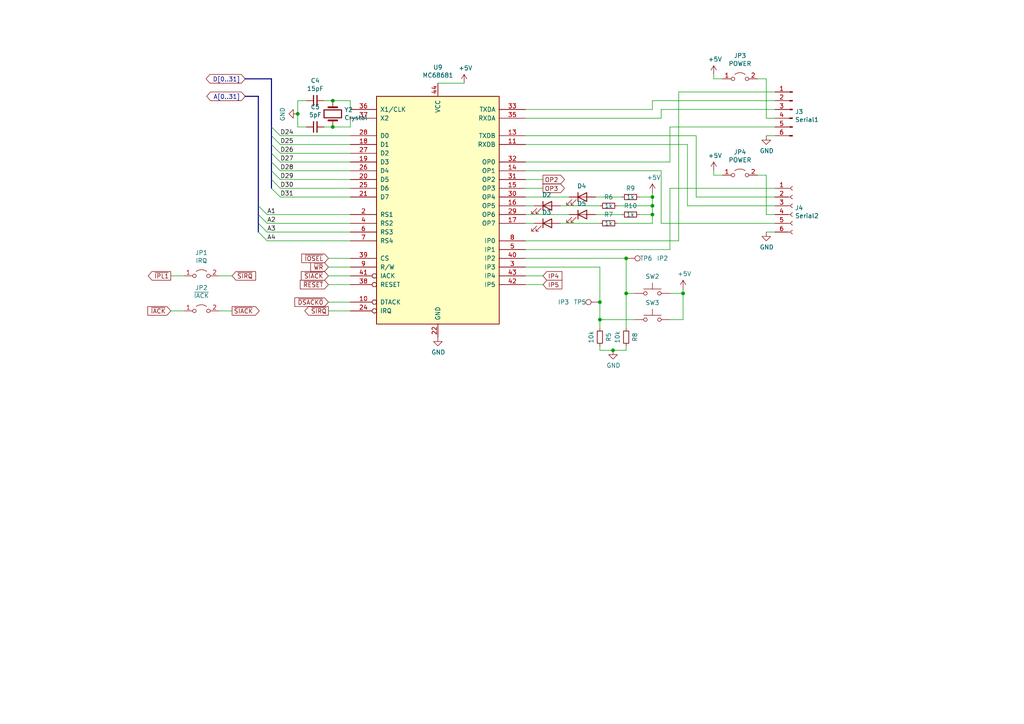
<source format=kicad_sch>
(kicad_sch (version 20231120) (generator "eeschema") (generator_version "8.0")
  (paper "A4")
  (title_block (title "k30-VME32") (rev "1"))
  (lib_symbols
    (symbol "74xx:74LS32" (pin_names (offset 1.016))
      (property "Reference" "U" (at 0 1.27 0))
      (property "Value" "74LS32" (at 0 -1.27 0))
      (symbol "74LS32_1_1"
        (pin input line (at -7.62 2.54 0) (length 4.318) (name "~") (number "1"))
        (pin input line (at -7.62 -2.54 0) (length 4.318) (name "~") (number "2"))
        (pin output line (at 7.62 0 180) (length 3.81) (name "~") (number "3"))
      )
      (symbol "74LS32_1_2"
        (pin input inverted (at -7.62 2.54 0) (length 3.81) (name "~") (number "1"))
        (pin input inverted (at -7.62 -2.54 0) (length 3.81) (name "~") (number "2"))
        (pin output inverted (at 7.62 0 180) (length 3.81) (name "~") (number "3"))
      )
      (symbol "74LS32_2_1"
        (pin input line (at -7.62 2.54 0) (length 4.318) (name "~") (number "4"))
        (pin input line (at -7.62 -2.54 0) (length 4.318) (name "~") (number "5"))
        (pin output line (at 7.62 0 180) (length 3.81) (name "~") (number "6"))
      )
      (symbol "74LS32_2_2"
        (pin input inverted (at -7.62 2.54 0) (length 3.81) (name "~") (number "4"))
        (pin input inverted (at -7.62 -2.54 0) (length 3.81) (name "~") (number "5"))
        (pin output inverted (at 7.62 0 180) (length 3.81) (name "~") (number "6"))
      )
      (symbol "74LS32_3_1"
        (pin input line (at -7.62 -2.54 0) (length 4.318) (name "~") (number "10"))
        (pin output line (at 7.62 0 180) (length 3.81) (name "~") (number "8"))
        (pin input line (at -7.62 2.54 0) (length 4.318) (name "~") (number "9"))
      )
      (symbol "74LS32_3_2"
        (pin input inverted (at -7.62 -2.54 0) (length 3.81) (name "~") (number "10"))
        (pin output inverted (at 7.62 0 180) (length 3.81) (name "~") (number "8"))
        (pin input inverted (at -7.62 2.54 0) (length 3.81) (name "~") (number "9"))
      )
      (symbol "74LS32_4_1"
        (pin output line (at 7.62 0 180) (length 3.81) (name "~") (number "11"))
        (pin input line (at -7.62 2.54 0) (length 4.318) (name "~") (number "12"))
        (pin input line (at -7.62 -2.54 0) (length 4.318) (name "~") (number "13"))
      )
      (symbol "74LS32_4_2"
        (pin output inverted (at 7.62 0 180) (length 3.81) (name "~") (number "11"))
        (pin input inverted (at -7.62 2.54 0) (length 3.81) (name "~") (number "12"))
        (pin input inverted (at -7.62 -2.54 0) (length 3.81) (name "~") (number "13"))
      )
      (symbol "74LS32_5_0"
        (pin power_in line (at 0 12.7 270) (length 5.08) (name "VCC") (number "14"))
        (pin power_in line (at 0 -12.7 90) (length 5.08) (name "GND") (number "7"))
      )
    )
    (symbol "Computie_68k:MC68681-PLCC" (pin_names (offset 1.016))
      (property "Reference" "U" (at 0 3.81 0))
      (property "Value" "MC68681-PLCC" (at 0 -2.54 0))
      (symbol "MC68681-PLCC_1_1"
        (pin open_collector inverted (at -25.4 -25.4 0) (length 7.62) (name "DTACK") (number "10"))
        (pin input line (at 25.4 20.32 180) (length 7.62) (name "RXDB") (number "11"))
        (pin output line (at 25.4 22.86 180) (length 7.62) (name "TXDB") (number "13"))
        (pin output line (at 25.4 12.7 180) (length 7.62) (name "OP1") (number "14"))
        (pin output line (at 25.4 7.62 180) (length 7.62) (name "OP3") (number "15"))
        (pin output line (at 25.4 2.54 180) (length 7.62) (name "OP5") (number "16"))
        (pin output line (at 25.4 -2.54 180) (length 7.62) (name "OP7") (number "17"))
        (pin tri_state line (at -25.4 20.32 0) (length 7.62) (name "D1") (number "18"))
        (pin tri_state line (at -25.4 15.24 0) (length 7.62) (name "D3") (number "19"))
        (pin input line (at -25.4 0 0) (length 7.62) (name "RS1") (number "2"))
        (pin tri_state line (at -25.4 10.16 0) (length 7.62) (name "D5") (number "20"))
        (pin tri_state line (at -25.4 5.08 0) (length 7.62) (name "D7") (number "21"))
        (pin power_in line (at 0 -35.56 90) (length 3.81) (name "GND") (number "22"))
        (pin output inverted (at -25.4 -27.94 0) (length 7.62) (name "IRQ") (number "24"))
        (pin tri_state line (at -25.4 7.62 0) (length 7.62) (name "D6") (number "25"))
        (pin tri_state line (at -25.4 12.7 0) (length 7.62) (name "D4") (number "26"))
        (pin tri_state line (at -25.4 17.78 0) (length 7.62) (name "D2") (number "27"))
        (pin tri_state line (at -25.4 22.86 0) (length 7.62) (name "D0") (number "28"))
        (pin output line (at 25.4 0 180) (length 7.62) (name "OP6") (number "29"))
        (pin input line (at 25.4 -15.24 180) (length 7.62) (name "IP3") (number "3"))
        (pin output line (at 25.4 5.08 180) (length 7.62) (name "OP4") (number "30"))
        (pin output line (at 25.4 10.16 180) (length 7.62) (name "OP2") (number "31"))
        (pin output line (at 25.4 15.24 180) (length 7.62) (name "OP0") (number "32"))
        (pin output line (at 25.4 30.48 180) (length 7.62) (name "TXDA") (number "33"))
        (pin input line (at 25.4 27.94 180) (length 7.62) (name "RXDA") (number "35"))
        (pin input line (at -25.4 30.48 0) (length 7.62) (name "X1/CLK") (number "36"))
        (pin input line (at -25.4 27.94 0) (length 7.62) (name "X2") (number "37"))
        (pin input inverted (at -25.4 -20.32 0) (length 7.62) (name "RESET") (number "38"))
        (pin input line (at -25.4 -12.7 0) (length 7.62) (name "CS") (number "39"))
        (pin input line (at -25.4 -2.54 0) (length 7.62) (name "RS2") (number "4"))
        (pin input line (at 25.4 -12.7 180) (length 7.62) (name "IP2") (number "40"))
        (pin input inverted (at -25.4 -17.78 0) (length 7.62) (name "IACK") (number "41"))
        (pin input line (at 25.4 -20.32 180) (length 7.62) (name "IP5") (number "42"))
        (pin input line (at 25.4 -17.78 180) (length 7.62) (name "IP4") (number "43"))
        (pin power_in line (at 0 38.1 270) (length 3.81) (name "VCC") (number "44"))
        (pin input line (at 25.4 -10.16 180) (length 7.62) (name "IP1") (number "5"))
        (pin input line (at -25.4 -5.08 0) (length 7.62) (name "RS3") (number "6"))
        (pin input line (at -25.4 -7.62 0) (length 7.62) (name "RS4") (number "7"))
        (pin input line (at 25.4 -7.62 180) (length 7.62) (name "IP0") (number "8"))
        (pin input line (at -25.4 -15.24 0) (length 7.62) (name "R/W") (number "9"))
      )
    )
    (symbol "Connector:Conn_01x06_Female" (pin_names (offset 1.016) hide)
      (property "Reference" "J" (at 0 7.62 0))
      (property "Value" "Conn_01x06_Female" (at 0 -10.16 0))
      (symbol "Conn_01x06_Female_1_1"
        (pin passive line (at -5.08 5.08 0) (length 3.81) (name "Pin_1") (number "1"))
        (pin passive line (at -5.08 2.54 0) (length 3.81) (name "Pin_2") (number "2"))
        (pin passive line (at -5.08 0 0) (length 3.81) (name "Pin_3") (number "3"))
        (pin passive line (at -5.08 -2.54 0) (length 3.81) (name "Pin_4") (number "4"))
        (pin passive line (at -5.08 -5.08 0) (length 3.81) (name "Pin_5") (number "5"))
        (pin passive line (at -5.08 -7.62 0) (length 3.81) (name "Pin_6") (number "6"))
      )
    )
    (symbol "Connector:Conn_01x06_Male" (pin_names (offset 1.016) hide)
      (property "Reference" "J" (at 0 7.62 0))
      (property "Value" "Conn_01x06_Male" (at 0 -10.16 0))
      (symbol "Conn_01x06_Male_1_1"
        (pin passive line (at 5.08 5.08 180) (length 3.81) (name "Pin_1") (number "1"))
        (pin passive line (at 5.08 2.54 180) (length 3.81) (name "Pin_2") (number "2"))
        (pin passive line (at 5.08 0 180) (length 3.81) (name "Pin_3") (number "3"))
        (pin passive line (at 5.08 -2.54 180) (length 3.81) (name "Pin_4") (number "4"))
        (pin passive line (at 5.08 -5.08 180) (length 3.81) (name "Pin_5") (number "5"))
        (pin passive line (at 5.08 -7.62 180) (length 3.81) (name "Pin_6") (number "6"))
      )
    )
    (symbol "Connector:TestPoint" (pin_numbers hide) (pin_names (offset 0.762) hide)
      (property "Reference" "TP" (at 0 6.858 0))
      (property "Value" "TestPoint" (at 0 5.08 0))
      (symbol "TestPoint_1_1"
        (pin passive line (at 0 0 90) (length 2.54) (name "1") (number "1"))
      )
    )
    (symbol "Connector_Generic:Conn_02x25_Top_Bottom" (pin_names (offset 1.016) hide)
      (property "Reference" "J" (at 1.27 33.02 0))
      (property "Value" "Conn_02x25_Top_Bottom" (at 1.27 -33.02 0))
      (symbol "Conn_02x25_Top_Bottom_1_1"
        (pin passive line (at -5.08 30.48 0) (length 3.81) (name "Pin_1") (number "1"))
        (pin passive line (at -5.08 7.62 0) (length 3.81) (name "Pin_10") (number "10"))
        (pin passive line (at -5.08 5.08 0) (length 3.81) (name "Pin_11") (number "11"))
        (pin passive line (at -5.08 2.54 0) (length 3.81) (name "Pin_12") (number "12"))
        (pin passive line (at -5.08 0 0) (length 3.81) (name "Pin_13") (number "13"))
        (pin passive line (at -5.08 -2.54 0) (length 3.81) (name "Pin_14") (number "14"))
        (pin passive line (at -5.08 -5.08 0) (length 3.81) (name "Pin_15") (number "15"))
        (pin passive line (at -5.08 -7.62 0) (length 3.81) (name "Pin_16") (number "16"))
        (pin passive line (at -5.08 -10.16 0) (length 3.81) (name "Pin_17") (number "17"))
        (pin passive line (at -5.08 -12.7 0) (length 3.81) (name "Pin_18") (number "18"))
        (pin passive line (at -5.08 -15.24 0) (length 3.81) (name "Pin_19") (number "19"))
        (pin passive line (at -5.08 27.94 0) (length 3.81) (name "Pin_2") (number "2"))
        (pin passive line (at -5.08 -17.78 0) (length 3.81) (name "Pin_20") (number "20"))
        (pin passive line (at -5.08 -20.32 0) (length 3.81) (name "Pin_21") (number "21"))
        (pin passive line (at -5.08 -22.86 0) (length 3.81) (name "Pin_22") (number "22"))
        (pin passive line (at -5.08 -25.4 0) (length 3.81) (name "Pin_23") (number "23"))
        (pin passive line (at -5.08 -27.94 0) (length 3.81) (name "Pin_24") (number "24"))
        (pin passive line (at -5.08 -30.48 0) (length 3.81) (name "Pin_25") (number "25"))
        (pin passive line (at 7.62 30.48 180) (length 3.81) (name "Pin_26") (number "26"))
        (pin passive line (at 7.62 27.94 180) (length 3.81) (name "Pin_27") (number "27"))
        (pin passive line (at 7.62 25.4 180) (length 3.81) (name "Pin_28") (number "28"))
        (pin passive line (at 7.62 22.86 180) (length 3.81) (name "Pin_29") (number "29"))
        (pin passive line (at -5.08 25.4 0) (length 3.81) (name "Pin_3") (number "3"))
        (pin passive line (at 7.62 20.32 180) (length 3.81) (name "Pin_30") (number "30"))
        (pin passive line (at 7.62 17.78 180) (length 3.81) (name "Pin_31") (number "31"))
        (pin passive line (at 7.62 15.24 180) (length 3.81) (name "Pin_32") (number "32"))
        (pin passive line (at 7.62 12.7 180) (length 3.81) (name "Pin_33") (number "33"))
        (pin passive line (at 7.62 10.16 180) (length 3.81) (name "Pin_34") (number "34"))
        (pin passive line (at 7.62 7.62 180) (length 3.81) (name "Pin_35") (number "35"))
        (pin passive line (at 7.62 5.08 180) (length 3.81) (name "Pin_36") (number "36"))
        (pin passive line (at 7.62 2.54 180) (length 3.81) (name "Pin_37") (number "37"))
        (pin passive line (at 7.62 0 180) (length 3.81) (name "Pin_38") (number "38"))
        (pin passive line (at 7.62 -2.54 180) (length 3.81) (name "Pin_39") (number "39"))
        (pin passive line (at -5.08 22.86 0) (length 3.81) (name "Pin_4") (number "4"))
        (pin passive line (at 7.62 -5.08 180) (length 3.81) (name "Pin_40") (number "40"))
        (pin passive line (at 7.62 -7.62 180) (length 3.81) (name "Pin_41") (number "41"))
        (pin passive line (at 7.62 -10.16 180) (length 3.81) (name "Pin_42") (number "42"))
        (pin passive line (at 7.62 -12.7 180) (length 3.81) (name "Pin_43") (number "43"))
        (pin passive line (at 7.62 -15.24 180) (length 3.81) (name "Pin_44") (number "44"))
        (pin passive line (at 7.62 -17.78 180) (length 3.81) (name "Pin_45") (number "45"))
        (pin passive line (at 7.62 -20.32 180) (length 3.81) (name "Pin_46") (number "46"))
        (pin passive line (at 7.62 -22.86 180) (length 3.81) (name "Pin_47") (number "47"))
        (pin passive line (at 7.62 -25.4 180) (length 3.81) (name "Pin_48") (number "48"))
        (pin passive line (at 7.62 -27.94 180) (length 3.81) (name "Pin_49") (number "49"))
        (pin passive line (at -5.08 20.32 0) (length 3.81) (name "Pin_5") (number "5"))
        (pin passive line (at 7.62 -30.48 180) (length 3.81) (name "Pin_50") (number "50"))
        (pin passive line (at -5.08 17.78 0) (length 3.81) (name "Pin_6") (number "6"))
        (pin passive line (at -5.08 15.24 0) (length 3.81) (name "Pin_7") (number "7"))
        (pin passive line (at -5.08 12.7 0) (length 3.81) (name "Pin_8") (number "8"))
        (pin passive line (at -5.08 10.16 0) (length 3.81) (name "Pin_9") (number "9"))
      )
    )
    (symbol "Device:C_Small" (pin_numbers hide) (pin_names (offset 0.254) hide)
      (property "Reference" "C" (at 0.254 1.778 0))
      (property "Value" "C_Small" (at 0.254 -2.032 0))
      (symbol "C_Small_1_1"
        (pin passive line (at 0 2.54 270) (length 2.032) (name "~") (number "1"))
        (pin passive line (at 0 -2.54 90) (length 2.032) (name "~") (number "2"))
      )
    )
    (symbol "Device:Crystal" (pin_numbers hide) (pin_names (offset 1.016) hide)
      (property "Reference" "Y" (at 0 3.81 0))
      (property "Value" "Crystal" (at 0 -3.81 0))
      (symbol "Crystal_1_1"
        (pin passive line (at -3.81 0 0) (length 1.27) (name "1") (number "1"))
        (pin passive line (at 3.81 0 180) (length 1.27) (name "2") (number "2"))
      )
    )
    (symbol "Device:LED" (pin_numbers hide) (pin_names (offset 1.016) hide)
      (property "Reference" "D" (at 0 2.54 0))
      (property "Value" "LED" (at 0 -2.54 0))
      (symbol "LED_1_1"
        (pin passive line (at -3.81 0 0) (length 2.54) (name "K") (number "1"))
        (pin passive line (at 3.81 0 180) (length 2.54) (name "A") (number "2"))
      )
    )
    (symbol "Device:R_Small" (pin_numbers hide) (pin_names (offset 0.254) hide)
      (property "Reference" "R" (at 0.762 0.508 0))
      (property "Value" "R_Small" (at 0.762 -1.016 0))
      (symbol "R_Small_1_1"
        (pin passive line (at 0 2.54 270) (length 0.762) (name "~") (number "1"))
        (pin passive line (at 0 -2.54 90) (length 0.762) (name "~") (number "2"))
      )
    )
    (symbol "Jumper:Jumper_2_Open" (pin_names (offset 0) hide)
      (property "Reference" "JP" (at 0 2.794 0))
      (property "Value" "Jumper_2_Open" (at 0 -2.286 0))
      (symbol "Jumper_2_Open_1_1"
        (pin passive line (at -5.08 0 0) (length 2.54) (name "A") (number "1"))
        (pin passive line (at 5.08 0 180) (length 2.54) (name "B") (number "2"))
      )
    )
    (symbol "Switch:SW_Push" (pin_numbers hide) (pin_names (offset 1.016) hide)
      (property "Reference" "SW" (at 1.27 2.54 0))
      (property "Value" "SW_Push" (at 0 -1.524 0))
      (symbol "SW_Push_0_1"
        (pin passive line (at -5.08 0 0) (length 2.54) (name "1") (number "1"))
        (pin passive line (at 5.08 0 180) (length 2.54) (name "2") (number "2"))
      )
    )
    (symbol "power:+5V" (power) (pin_names (offset 0))
      (property "Value" "+5V" (at 0 3.556 0))
      (symbol "+5V_1_1"
        (pin power_in line (at 0 0 90) (length 0) hide (name "+5V") (number "1"))
      )
    )
    (symbol "power:GND" (power) (pin_names (offset 0))
      (property "Value" "GND" (at 0 -3.81 0))
      (symbol "GND_1_1"
        (pin power_in line (at 0 0 270) (length 0) hide (name "GND") (number "1"))
      )
    )
  )
  (junction (at -54.61 148.59))
  (junction (at 173.99 87.63))
  (junction (at 96.52 36.83))
  (junction (at -63.5 148.59))
  (junction (at 177.8 101.6))
  (junction (at 86.36 33.02))
  (junction (at -54.61 133.35))
  (junction (at -78.74 106.68))
  (junction (at -54.61 138.43))
  (junction (at 198.12 85.09))
  (junction (at 189.23 59.69))
  (junction (at -54.61 135.89))
  (junction (at -16.51 146.05))
  (junction (at -54.61 151.13))
  (junction (at 173.99 92.71))
  (junction (at 181.61 74.93))
  (junction (at 189.23 57.15))
  (junction (at -54.61 153.67))
  (junction (at -54.61 140.97))
  (junction (at -16.51 140.97))
  (junction (at 181.61 85.09))
  (junction (at 96.52 29.21))
  (junction (at 189.23 62.23))
  (no_connect (at -40.64 151.13))
  (no_connect (at -53.34 173.99))
  (no_connect (at -40.64 143.51))
  (no_connect (at -40.64 115.57))
  (no_connect (at -40.64 133.35))
  (no_connect (at -40.64 158.75))
  (no_connect (at -53.34 176.53))
  (no_connect (at -40.64 163.83))
  (no_connect (at -40.64 166.37))
  (bus_entry (at 81.28 44.45) (size -2.54 -2.54))
  (bus_entry (at 81.28 39.37) (size -2.54 -2.54))
  (bus_entry (at -17.78 130.81) (size 2.54 -2.54))
  (bus_entry (at 81.28 41.91) (size -2.54 -2.54))
  (bus_entry (at 77.47 67.31) (size -2.54 -2.54))
  (bus_entry (at 77.47 64.77) (size -2.54 -2.54))
  (bus_entry (at 81.28 46.99) (size -2.54 -2.54))
  (bus_entry (at -67.31 171.45) (size -2.54 -2.54))
  (bus_entry (at 77.47 62.23) (size -2.54 -2.54))
  (bus_entry (at -67.31 128.27) (size -2.54 -2.54))
  (bus_entry (at -67.31 166.37) (size -2.54 -2.54))
  (bus_entry (at -67.31 118.11) (size -2.54 -2.54))
  (bus_entry (at -67.31 125.73) (size -2.54 -2.54))
  (bus_entry (at 81.28 54.61) (size -2.54 -2.54))
  (bus_entry (at -76.2 163.83) (size -2.54 -2.54))
  (bus_entry (at 81.28 52.07) (size -2.54 -2.54))
  (bus_entry (at 81.28 49.53) (size -2.54 -2.54))
  (bus_entry (at -76.2 130.81) (size -2.54 -2.54))
  (bus_entry (at -67.31 168.91) (size -2.54 -2.54))
  (bus_entry (at 77.47 69.85) (size -2.54 -2.54))
  (bus_entry (at -67.31 123.19) (size -2.54 -2.54))
  (bus_entry (at -67.31 120.65) (size -2.54 -2.54))
  (bus_entry (at -76.2 161.29) (size -2.54 -2.54))
  (bus_entry (at -76.2 158.75) (size -2.54 -2.54))
  (bus_entry (at 81.28 57.15) (size -2.54 -2.54))
  (wire (pts (xy 198.12 83.82) (xy 198.12 85.09)))
  (wire (pts (xy -40.64 153.67) (xy -35.56 153.67)))
  (wire (pts (xy 196.85 69.85) (xy 152.4 69.85)))
  (wire (pts (xy -53.34 118.11) (xy -67.31 118.11)))
  (wire (pts (xy -53.34 158.75) (xy -76.2 158.75)))
  (wire (pts (xy 194.31 36.83) (xy 194.31 46.99)))
  (wire (pts (xy 173.99 92.71) (xy 173.99 95.25)))
  (wire (pts (xy 95.25 74.93) (xy 101.6 74.93)))
  (wire (pts (xy 157.48 82.55) (xy 152.4 82.55)))
  (wire (pts (xy 191.77 34.29) (xy 191.77 31.75)))
  (wire (pts (xy 181.61 100.33) (xy 181.61 101.6)))
  (wire (pts (xy -53.34 120.65) (xy -67.31 120.65)))
  (wire (pts (xy 201.93 57.15) (xy 224.79 57.15)))
  (wire (pts (xy 152.4 74.93) (xy 181.61 74.93)))
  (wire (pts (xy -54.61 148.59) (xy -63.5 148.59)))
  (bus (pts (xy 71.12 27.94) (xy 74.93 27.94)))
  (bus (pts (xy 78.74 44.45) (xy 78.74 46.99)))
  (bus (pts (xy 74.93 59.69) (xy 74.93 62.23)))
  (wire (pts (xy 189.23 59.69) (xy 179.07 59.69)))
  (wire (pts (xy 224.79 67.31) (xy 222.25 67.31)))
  (wire (pts (xy 154.94 64.77) (xy 152.4 64.77)))
  (wire (pts (xy 222.25 22.86) (xy 222.25 34.29)))
  (wire (pts (xy -53.34 125.73) (xy -67.31 125.73)))
  (wire (pts (xy 101.6 46.99) (xy 81.28 46.99)))
  (wire (pts (xy 189.23 57.15) (xy 189.23 59.69)))
  (wire (pts (xy -63.5 133.35) (xy -63.5 148.59)))
  (wire (pts (xy -102.87 143.51) (xy -97.79 143.51)))
  (wire (pts (xy 222.25 62.23) (xy 224.79 62.23)))
  (bus (pts (xy 78.74 36.83) (xy 78.74 39.37)))
  (wire (pts (xy 181.61 85.09) (xy 181.61 95.25)))
  (wire (pts (xy 191.77 64.77) (xy 191.77 49.53)))
  (wire (pts (xy -53.34 138.43) (xy -54.61 138.43)))
  (wire (pts (xy 196.85 26.67) (xy 196.85 69.85)))
  (bus (pts (xy 78.74 52.07) (xy 78.74 54.61)))
  (wire (pts (xy -54.61 140.97) (xy -54.61 138.43)))
  (wire (pts (xy 157.48 80.01) (xy 152.4 80.01)))
  (wire (pts (xy 189.23 64.77) (xy 189.23 62.23)))
  (wire (pts (xy 184.15 92.71) (xy 173.99 92.71)))
  (wire (pts (xy 93.98 29.21) (xy 96.52 29.21)))
  (wire (pts (xy -40.64 161.29) (xy -16.51 161.29)))
  (wire (pts (xy -40.64 135.89) (xy -35.56 135.89)))
  (wire (pts (xy 181.61 85.09) (xy 184.15 85.09)))
  (wire (pts (xy 101.6 34.29) (xy 101.6 36.83)))
  (bus (pts (xy -78.74 128.27) (xy -78.74 156.21)))
  (bus (pts (xy -69.85 125.73) (xy -69.85 163.83)))
  (wire (pts (xy 207.01 21.59) (xy 207.01 22.86)))
  (wire (pts (xy -54.61 148.59) (xy -54.61 151.13)))
  (wire (pts (xy -53.34 123.19) (xy -67.31 123.19)))
  (wire (pts (xy 198.12 85.09) (xy 194.31 85.09)))
  (wire (pts (xy 127 24.13) (xy 134.62 24.13)))
  (bus (pts (xy 78.74 41.91) (xy 78.74 44.45)))
  (wire (pts (xy -16.51 161.29) (xy -16.51 146.05)))
  (wire (pts (xy 180.34 62.23) (xy 172.72 62.23)))
  (wire (pts (xy 173.99 77.47) (xy 152.4 77.47)))
  (wire (pts (xy -54.61 135.89) (xy -54.61 133.35)))
  (wire (pts (xy -40.64 146.05) (xy -16.51 146.05)))
  (wire (pts (xy 101.6 29.21) (xy 101.6 31.75)))
  (wire (pts (xy -58.42 115.57) (xy -53.34 115.57)))
  (wire (pts (xy -17.78 130.81) (xy -40.64 130.81)))
  (bus (pts (xy -69.85 123.19) (xy -69.85 125.73)))
  (wire (pts (xy -124.46 127) (xy -118.11 127)))
  (bus (pts (xy -69.85 101.6) (xy -69.85 115.57)))
  (wire (pts (xy 152.4 52.07) (xy 157.48 52.07)))
  (wire (pts (xy 101.6 49.53) (xy 81.28 49.53)))
  (wire (pts (xy 95.25 77.47) (xy 101.6 77.47)))
  (wire (pts (xy 199.39 59.69) (xy 224.79 59.69)))
  (wire (pts (xy -53.34 140.97) (xy -54.61 140.97)))
  (wire (pts (xy 189.23 31.75) (xy 189.23 29.21)))
  (bus (pts (xy 74.93 27.94) (xy 74.93 59.69)))
  (wire (pts (xy 191.77 31.75) (xy 224.79 31.75)))
  (bus (pts (xy 74.93 62.23) (xy 74.93 64.77)))
  (bus (pts (xy -69.85 115.57) (xy -69.85 118.11)))
  (wire (pts (xy 189.23 62.23) (xy 185.42 62.23)))
  (bus (pts (xy 78.74 22.86) (xy 71.12 22.86)))
  (wire (pts (xy -53.34 171.45) (xy -67.31 171.45)))
  (wire (pts (xy 101.6 69.85) (xy 77.47 69.85)))
  (wire (pts (xy 96.52 29.21) (xy 101.6 29.21)))
  (bus (pts (xy -78.74 156.21) (xy -78.74 158.75)))
  (wire (pts (xy -53.34 161.29) (xy -76.2 161.29)))
  (wire (pts (xy 86.36 29.21) (xy 86.36 33.02)))
  (wire (pts (xy 101.6 36.83) (xy 96.52 36.83)))
  (wire (pts (xy 194.31 54.61) (xy 194.31 72.39)))
  (wire (pts (xy -54.61 138.43) (xy -54.61 135.89)))
  (wire (pts (xy 194.31 36.83) (xy 224.79 36.83)))
  (wire (pts (xy 95.25 80.01) (xy 101.6 80.01)))
  (wire (pts (xy 181.61 74.93) (xy 181.61 85.09)))
  (wire (pts (xy 152.4 34.29) (xy 191.77 34.29)))
  (wire (pts (xy 101.6 64.77) (xy 77.47 64.77)))
  (wire (pts (xy -53.34 143.51) (xy -54.61 143.51)))
  (wire (pts (xy 194.31 46.99) (xy 152.4 46.99)))
  (wire (pts (xy -58.42 109.22) (xy -58.42 115.57)))
  (wire (pts (xy -76.2 163.83) (xy -69.85 163.83)))
  (wire (pts (xy 101.6 41.91) (xy 81.28 41.91)))
  (wire (pts (xy 194.31 92.71) (xy 198.12 92.71)))
  (bus (pts (xy -15.24 106.68) (xy -15.24 128.27)))
  (wire (pts (xy 101.6 62.23) (xy 77.47 62.23)))
  (wire (pts (xy 224.79 64.77) (xy 191.77 64.77)))
  (bus (pts (xy 78.74 46.99) (xy 78.74 49.53)))
  (wire (pts (xy 154.94 59.69) (xy 152.4 59.69)))
  (wire (pts (xy 101.6 44.45) (xy 81.28 44.45)))
  (wire (pts (xy 63.5 90.17) (xy 67.31 90.17)))
  (wire (pts (xy 101.6 57.15) (xy 81.28 57.15)))
  (bus (pts (xy 78.74 39.37) (xy 78.74 41.91)))
  (wire (pts (xy 152.4 31.75) (xy 189.23 31.75)))
  (wire (pts (xy 191.77 49.53) (xy 152.4 49.53)))
  (wire (pts (xy 95.25 87.63) (xy 101.6 87.63)))
  (bus (pts (xy -78.74 106.68) (xy -78.74 128.27)))
  (wire (pts (xy 49.53 90.17) (xy 53.34 90.17)))
  (wire (pts (xy 196.85 26.67) (xy 224.79 26.67)))
  (wire (pts (xy 198.12 92.71) (xy 198.12 85.09)))
  (wire (pts (xy 157.48 54.61) (xy 152.4 54.61)))
  (wire (pts (xy 86.36 36.83) (xy 88.9 36.83)))
  (bus (pts (xy -78.74 158.75) (xy -78.74 161.29)))
  (wire (pts (xy -53.34 166.37) (xy -67.31 166.37)))
  (wire (pts (xy 194.31 72.39) (xy 152.4 72.39)))
  (wire (pts (xy 173.99 59.69) (xy 162.56 59.69)))
  (wire (pts (xy 49.53 80.01) (xy 53.34 80.01)))
  (wire (pts (xy 180.34 57.15) (xy 172.72 57.15)))
  (bus (pts (xy 78.74 49.53) (xy 78.74 52.07)))
  (wire (pts (xy 179.07 64.77) (xy 189.23 64.77)))
  (wire (pts (xy -40.64 156.21) (xy -35.56 156.21)))
  (wire (pts (xy 173.99 87.63) (xy 173.99 92.71)))
  (wire (pts (xy 177.8 101.6) (xy 173.99 101.6)))
  (wire (pts (xy -40.64 138.43) (xy -35.56 138.43)))
  (wire (pts (xy 181.61 101.6) (xy 177.8 101.6)))
  (wire (pts (xy 207.01 49.53) (xy 207.01 50.8)))
  (wire (pts (xy 101.6 67.31) (xy 77.47 67.31)))
  (wire (pts (xy -54.61 153.67) (xy -54.61 151.13)))
  (wire (pts (xy 189.23 57.15) (xy 185.42 57.15)))
  (wire (pts (xy 207.01 50.8) (xy 209.55 50.8)))
  (bus (pts (xy -69.85 163.83) (xy -69.85 166.37)))
  (wire (pts (xy 173.99 77.47) (xy 173.99 87.63)))
  (wire (pts (xy 173.99 64.77) (xy 162.56 64.77)))
  (wire (pts (xy -54.61 133.35) (xy -53.34 133.35)))
  (wire (pts (xy -53.34 130.81) (xy -76.2 130.81)))
  (wire (pts (xy -54.61 151.13) (xy -53.34 151.13)))
  (wire (pts (xy -124.46 132.08) (xy -118.11 132.08)))
  (wire (pts (xy -33.02 176.53) (xy -40.64 176.53)))
  (wire (pts (xy -54.61 156.21) (xy -54.61 153.67)))
  (wire (pts (xy -16.51 140.97) (xy -40.64 140.97)))
  (wire (pts (xy -53.34 153.67) (xy -54.61 153.67)))
  (wire (pts (xy -58.42 146.05) (xy -53.34 146.05)))
  (wire (pts (xy -16.51 146.05) (xy -16.51 140.97)))
  (wire (pts (xy -64.77 109.22) (xy -58.42 109.22)))
  (bus (pts (xy -78.74 106.68) (xy -15.24 106.68)))
  (bus (pts (xy -69.85 120.65) (xy -69.85 123.19)))
  (wire (pts (xy 152.4 39.37) (xy 201.93 39.37)))
  (wire (pts (xy -54.61 143.51) (xy -54.61 140.97)))
  (wire (pts (xy 101.6 39.37) (xy 81.28 39.37)))
  (wire (pts (xy 219.71 22.86) (xy 222.25 22.86)))
  (wire (pts (xy 165.1 62.23) (xy 152.4 62.23)))
  (wire (pts (xy -53.34 148.59) (xy -54.61 148.59)))
  (wire (pts (xy -63.5 148.59) (xy -63.5 152.4)))
  (wire (pts (xy 224.79 54.61) (xy 194.31 54.61)))
  (wire (pts (xy -124.46 140.97) (xy -118.11 140.97)))
  (wire (pts (xy -53.34 156.21) (xy -54.61 156.21)))
  (wire (pts (xy 201.93 39.37) (xy 201.93 57.15)))
  (bus (pts (xy -82.55 106.68) (xy -78.74 106.68)))
  (wire (pts (xy 88.9 29.21) (xy 86.36 29.21)))
  (wire (pts (xy 222.25 34.29) (xy 224.79 34.29)))
  (wire (pts (xy 173.99 101.6) (xy 173.99 100.33)))
  (wire (pts (xy -53.34 128.27) (xy -67.31 128.27)))
  (wire (pts (xy 189.23 55.88) (xy 189.23 57.15)))
  (wire (pts (xy 86.36 33.02) (xy 86.36 36.83)))
  (wire (pts (xy 199.39 41.91) (xy 199.39 59.69)))
  (bus (pts (xy 74.93 64.77) (xy 74.93 67.31)))
  (wire (pts (xy -53.34 168.91) (xy -67.31 168.91)))
  (wire (pts (xy 96.52 36.83) (xy 93.98 36.83)))
  (bus (pts (xy -69.85 118.11) (xy -69.85 120.65)))
  (wire (pts (xy -40.64 148.59) (xy -21.59 148.59)))
  (bus (pts (xy -69.85 101.6) (xy -82.55 101.6)))
  (bus (pts (xy 78.74 22.86) (xy 78.74 36.83)))
  (wire (pts (xy 222.25 50.8) (xy 222.25 62.23)))
  (wire (pts (xy 95.25 90.17) (xy 101.6 90.17)))
  (wire (pts (xy -69.85 163.83) (xy -53.34 163.83)))
  (wire (pts (xy 63.5 80.01) (xy 67.31 80.01)))
  (bus (pts (xy -69.85 166.37) (xy -69.85 168.91)))
  (wire (pts (xy 101.6 52.07) (xy 81.28 52.07)))
  (wire (pts (xy -102.87 129.54) (xy -97.79 129.54)))
  (wire (pts (xy 189.23 59.69) (xy 189.23 62.23)))
  (wire (pts (xy -124.46 146.05) (xy -118.11 146.05)))
  (wire (pts (xy -54.61 135.89) (xy -53.34 135.89)))
  (wire (pts (xy 207.01 22.86) (xy 209.55 22.86)))
  (wire (pts (xy 219.71 50.8) (xy 222.25 50.8)))
  (wire (pts (xy 165.1 57.15) (xy 152.4 57.15)))
  (wire (pts (xy 101.6 54.61) (xy 81.28 54.61)))
  (wire (pts (xy 152.4 41.91) (xy 199.39 41.91)))
  (wire (pts (xy 224.79 39.37) (xy 222.25 39.37)))
  (wire (pts (xy 95.25 82.55) (xy 101.6 82.55)))
  (wire (pts (xy 189.23 29.21) (xy 224.79 29.21)))
  (wire (pts (xy -63.5 133.35) (xy -54.61 133.35)))
  (text "TODO: should you include the compact flash card at all?\nYou probably want to put the OR gates into the CPLD" (at -142.24 161.29 0) (effects (font (size 1.27 1.27)) (justify left bottom)))
  (label "D25" (at -67.31 168.91 0))
  (label "A1" (at 77.47 62.23 0))
  (label "D30" (at -67.31 125.73 0))
  (label "D31" (at -67.31 128.27 0))
  (label "A3" (at -76.2 158.75 0))
  (label "A3" (at 77.47 67.31 0))
  (label "D27" (at -67.31 118.11 0))
  (label "D31" (at 81.28 57.15 0))
  (label "D24" (at -67.31 166.37 0))
  (label "A5" (at -17.78 130.81 180))
  (label "A1" (at -76.2 163.83 0))
  (label "A4" (at 77.47 69.85 0))
  (label "D29" (at -67.31 123.19 0))
  (label "D26" (at 81.28 44.45 0))
  (label "D28" (at -67.31 120.65 0))
  (label "D28" (at 81.28 49.53 0))
  (label "D29" (at 81.28 52.07 0))
  (label "D26" (at -67.31 171.45 0))
  (label "A2" (at -76.2 161.29 0))
  (label "A4" (at -76.2 130.81 0))
  (label "D27" (at 81.28 46.99 0))
  (label "D30" (at 81.28 54.61 0))
  (label "A2" (at 77.47 64.77 0))
  (label "D25" (at 81.28 41.91 0))
  (label "D24" (at 81.28 39.37 0))
  (global_label "~{WR}" (shape input) (at 95.25 77.47 180) (property "Intersheetrefs" "${INTERSHEET_REFS}" (effects (hide yes))))
  (global_label "D[0..31]" (shape tri_state) (at 71.12 22.86 180) (property "Intersheetrefs" "${INTERSHEET_REFS}" (effects (hide yes))))
  (global_label "IP4" (shape input) (at 157.48 80.01 0) (property "Intersheetrefs" "${INTERSHEET_REFS}" (effects (hide yes))))
  (global_label "A[0..23]" (shape tri_state) (at -82.55 106.68 180) (property "Intersheetrefs" "${INTERSHEET_REFS}" (effects (hide yes))))
  (global_label "OP3" (shape output) (at 157.48 54.61 0) (property "Intersheetrefs" "${INTERSHEET_REFS}" (effects (hide yes))))
  (global_label "~{IORD}" (shape input) (at -35.56 135.89 0) (property "Intersheetrefs" "${INTERSHEET_REFS}" (effects (hide yes))))
  (global_label "~{IOSEL}" (shape input) (at 95.25 74.93 180) (property "Intersheetrefs" "${INTERSHEET_REFS}" (effects (hide yes))))
  (global_label "~{IORD}" (shape input) (at -97.79 129.54 0) (property "Intersheetrefs" "${INTERSHEET_REFS}" (effects (hide yes))))
  (global_label "~{6SEL}" (shape input) (at -124.46 127 180) (property "Intersheetrefs" "${INTERSHEET_REFS}" (effects (hide yes))))
  (global_label "~{6SEL}" (shape input) (at -124.46 140.97 180) (property "Intersheetrefs" "${INTERSHEET_REFS}" (effects (hide yes))))
  (global_label "~{SIACK}" (shape input) (at 95.25 80.01 180) (property "Intersheetrefs" "${INTERSHEET_REFS}" (effects (hide yes))))
  (global_label "~{SIRQ}" (shape input) (at 67.31 80.01 0) (property "Intersheetrefs" "${INTERSHEET_REFS}" (effects (hide yes))))
  (global_label "~{SIRQ}" (shape output) (at 95.25 90.17 180) (property "Intersheetrefs" "${INTERSHEET_REFS}" (effects (hide yes))))
  (global_label "~{IACK}" (shape input) (at 49.53 90.17 180) (property "Intersheetrefs" "${INTERSHEET_REFS}" (effects (hide yes))))
  (global_label "A[0..31]" (shape tri_state) (at 71.12 27.94 180) (property "Intersheetrefs" "${INTERSHEET_REFS}" (effects (hide yes))))
  (global_label "~{IOWR}" (shape input) (at -97.79 143.51 0) (property "Intersheetrefs" "${INTERSHEET_REFS}" (effects (hide yes))))
  (global_label "D[0..15]" (shape tri_state) (at -82.55 101.6 180) (property "Intersheetrefs" "${INTERSHEET_REFS}" (effects (hide yes))))
  (global_label "~{DSACK0}" (shape input) (at 95.25 87.63 180) (property "Intersheetrefs" "${INTERSHEET_REFS}" (effects (hide yes))))
  (global_label "~{RD}" (shape input) (at -124.46 132.08 180) (property "Intersheetrefs" "${INTERSHEET_REFS}" (effects (hide yes))))
  (global_label "IP5" (shape input) (at 157.48 82.55 0) (property "Intersheetrefs" "${INTERSHEET_REFS}" (effects (hide yes))))
  (global_label "OP2" (shape output) (at 157.48 52.07 0) (property "Intersheetrefs" "${INTERSHEET_REFS}" (effects (hide yes))))
  (global_label "ATA-READY" (shape output) (at -35.56 156.21 0) (property "Intersheetrefs" "${INTERSHEET_REFS}" (effects (hide yes))))
  (global_label "~{RESET}" (shape input) (at -35.56 153.67 0) (property "Intersheetrefs" "${INTERSHEET_REFS}" (effects (hide yes))))
  (global_label "~{IOWR}" (shape input) (at -35.56 138.43 0) (property "Intersheetrefs" "${INTERSHEET_REFS}" (effects (hide yes))))
  (global_label "~{IPL1}" (shape output) (at 49.53 80.01 180) (property "Intersheetrefs" "${INTERSHEET_REFS}" (effects (hide yes))))
  (global_label "~{SIACK}" (shape output) (at 67.31 90.17 0) (property "Intersheetrefs" "${INTERSHEET_REFS}" (effects (hide yes))))
  (global_label "~{WR}" (shape input) (at -124.46 146.05 180) (property "Intersheetrefs" "${INTERSHEET_REFS}" (effects (hide yes))))
  (global_label "~{RESET}" (shape input) (at 95.25 82.55 180) (property "Intersheetrefs" "${INTERSHEET_REFS}" (effects (hide yes))))
  (symbol (lib_id "power:+5V") (at 134.62 24.13 0) (unit 1)
    (property "Reference" "#PWR023" (effects (hide yes)))
    (property "Value" "+5V" (at 135.001 19.7358 0))
    (instances (project "IVC-k30" (path "" (reference "#PWR023") (unit 1))) (project "k30-SBC" (path "" (reference "#PWR021") (unit 1))))
  )
  (symbol (lib_id "power:GND") (at 127 97.79 0) (unit 1)
    (property "Reference" "#PWR022" (effects (hide yes)))
    (property "Value" "GND" (at 127.127 102.1842 0))
    (instances (project "IVC-k30" (path "" (reference "#PWR022") (unit 1))) (project "k30-SBC" (path "" (reference "#PWR020") (unit 1))))
  )
  (symbol (lib_id "Device:Crystal") (at 96.52 33.02 90) (unit 1)
    (property "Reference" "Y2" (at 99.8474 31.8516 90) (effects (justify right)))
    (property "Value" "Crystal" (at 99.8474 34.163 90) (effects (justify right)))
    (property "Footprint" "Crystal:Crystal_HC49-4H_Vertical" (effects (hide yes)))
  )
  (symbol (lib_id "Device:C_Small") (at 91.44 29.21 90) (unit 1)
    (property "Reference" "C4" (at 91.44 23.3934 90))
    (property "Value" "15pF" (at 91.44 25.7048 90))
    (property "Footprint" "Capacitor_THT:C_Disc_D3.0mm_W2.0mm_P2.50mm" (effects (hide yes)))
    (instances (project "IVC-k30" (path "" (reference "C4") (unit 1))) (project "k30-SBC" (path "" (reference "C2") (unit 1))))
  )
  (symbol (lib_id "Device:C_Small") (at 91.44 36.83 90) (unit 1)
    (property "Reference" "C5" (at 91.44 31.0134 90))
    (property "Value" "5pF" (at 91.44 33.3248 90))
    (property "Footprint" "Capacitor_THT:C_Disc_D3.0mm_W2.0mm_P2.50mm" (effects (hide yes)))
    (instances (project "IVC-k30" (path "" (reference "C5") (unit 1))) (project "k30-SBC" (path "" (reference "C3") (unit 1))))
  )
  (symbol (lib_id "power:GND") (at 86.36 33.02 270) (unit 1)
    (property "Reference" "#PWR018" (effects (hide yes)))
    (property "Value" "GND" (at 81.9658 33.147 0))
    (instances (project "IVC-k30" (path "" (reference "#PWR018") (unit 1))) (project "k30-SBC" (path "" (reference "#PWR016") (unit 1))))
  )
  (symbol (lib_id "Connector:Conn_01x06_Male") (at 229.87 31.75 0) (mirror y) (unit 1)
    (property "Reference" "J3" (at 230.5812 32.4104 0) (effects (justify right)))
    (property "Value" "Serial1" (at 230.5812 34.7218 0) (effects (justify right)))
    (property "Footprint" "Connector_PinHeader_2.54mm:PinHeader_1x06_P2.54mm_Vertical" (effects (hide yes)))
    (instances (project "IVC-k30" (path "" (reference "J3") (unit 1))) (project "k30-SBC" (path "" (reference "J2") (unit 1))))
  )
  (symbol (lib_id "power:GND") (at 222.25 67.31 0) (unit 1)
    (property "Reference" "#PWR033" (effects (hide yes)))
    (property "Value" "GND" (at 222.377 71.7042 0))
    (instances (project "IVC-k30" (path "" (reference "#PWR033") (unit 1))) (project "k30-SBC" (path "" (reference "#PWR031") (unit 1))))
  )
  (symbol (lib_id "power:GND") (at 222.25 39.37 0) (unit 1)
    (property "Reference" "#PWR032" (effects (hide yes)))
    (property "Value" "GND" (at 222.377 43.7642 0))
    (instances (project "IVC-k30" (path "" (reference "#PWR032") (unit 1))) (project "k30-SBC" (path "" (reference "#PWR030") (unit 1))))
  )
  (symbol (lib_id "Connector:Conn_01x06_Female") (at 229.87 59.69 0) (unit 1)
    (property "Reference" "J4" (at 230.5812 60.2996 0) (effects (justify left)))
    (property "Value" "Serial2" (at 230.5812 62.611 0) (effects (justify left)))
    (property "Footprint" "Connector_PinHeader_2.54mm:PinHeader_1x06_P2.54mm_Vertical" (effects (hide yes)))
    (instances (project "IVC-k30" (path "" (reference "J4") (unit 1))) (project "k30-SBC" (path "" (reference "J3") (unit 1))))
  )
  (symbol (lib_id "Device:R_Small") (at 176.53 59.69 90) (unit 1)
    (property "Reference" "R6" (at 176.53 57.15 90))
    (property "Value" "1k" (at 176.53 59.69 90))
    (property "Footprint" "Resistor_THT:R_Axial_DIN0204_L3.6mm_D1.6mm_P5.08mm_Horizontal" (effects (hide yes)))
    (instances (project "IVC-k30" (path "" (reference "R6") (unit 1))) (project "k30-SBC" (path "" (reference "R7") (unit 1))))
  )
  (symbol (lib_id "Device:R_Small") (at 176.53 64.77 90) (unit 1)
    (property "Reference" "R7" (at 176.53 62.23 90))
    (property "Value" "1k" (at 176.53 64.77 90))
    (property "Footprint" "Resistor_THT:R_Axial_DIN0204_L3.6mm_D1.6mm_P5.08mm_Horizontal" (effects (hide yes)))
    (instances (project "IVC-k30" (path "" (reference "R7") (unit 1))) (project "k30-SBC" (path "" (reference "R8") (unit 1))))
  )
  (symbol (lib_id "Device:R_Small") (at 182.88 57.15 90) (unit 1)
    (property "Reference" "R9" (at 182.88 54.61 90))
    (property "Value" "1k" (at 182.88 57.15 90))
    (property "Footprint" "Resistor_THT:R_Axial_DIN0204_L3.6mm_D1.6mm_P5.08mm_Horizontal" (effects (hide yes)))
    (instances (project "IVC-k30" (path "" (reference "R9") (unit 1))) (project "k30-SBC" (path "" (reference "R10") (unit 1))))
  )
  (symbol (lib_id "Device:R_Small") (at 182.88 62.23 90) (unit 1)
    (property "Reference" "R10" (at 182.88 59.69 90))
    (property "Value" "1k" (at 182.88 62.23 90))
    (property "Footprint" "Resistor_THT:R_Axial_DIN0204_L3.6mm_D1.6mm_P5.08mm_Horizontal" (effects (hide yes)))
    (instances (project "IVC-k30" (path "" (reference "R10") (unit 1))) (project "k30-SBC" (path "" (reference "R11") (unit 1))))
  )
  (symbol (lib_id "power:+5V") (at 189.23 55.88 0) (unit 1)
    (property "Reference" "#PWR028" (effects (hide yes)))
    (property "Value" "+5V" (at 189.611 51.4858 0))
    (instances (project "IVC-k30" (path "" (reference "#PWR028") (unit 1))) (project "k30-SBC" (path "" (reference "#PWR026") (unit 1))))
  )
  (symbol (lib_id "Switch:SW_Push") (at 189.23 85.09 0) (unit 1)
    (property "Reference" "SW2" (at 189.23 80.1878 0))
    (property "Value" "IP2" (effects (hide yes)))
    (property "Footprint" "Button_Switch_THT:SW_PUSH_6mm" (effects (hide yes)))
    (instances (project "IVC-k30" (path "" (reference "SW2") (unit 1))) (project "k30-SBC" (path "" (reference "SW3") (unit 1))))
  )
  (symbol (lib_id "power:+5V") (at 198.12 83.82 0) (unit 1)
    (property "Reference" "#PWR029" (effects (hide yes)))
    (property "Value" "+5V" (at 198.501 79.4258 0))
    (instances (project "IVC-k30" (path "" (reference "#PWR029") (unit 1))) (project "k30-SBC" (path "" (reference "#PWR027") (unit 1))))
  )
  (symbol (lib_id "Device:R_Small") (at 181.61 97.79 0) (unit 1)
    (property "Reference" "R8" (at 184.15 97.79 90))
    (property "Value" "10k" (at 179.07 97.79 90))
    (property "Footprint" "Resistor_THT:R_Axial_DIN0204_L3.6mm_D1.6mm_P5.08mm_Horizontal" (effects (hide yes)))
    (instances (project "IVC-k30" (path "" (reference "R8") (unit 1))) (project "k30-SBC" (path "" (reference "R9") (unit 1))))
  )
  (symbol (lib_id "Device:R_Small") (at 173.99 97.79 0) (unit 1)
    (property "Reference" "R5" (at 176.53 97.79 90))
    (property "Value" "10k" (at 171.45 97.79 90))
    (property "Footprint" "Resistor_THT:R_Axial_DIN0204_L3.6mm_D1.6mm_P5.08mm_Horizontal" (effects (hide yes)))
    (instances (project "IVC-k30" (path "" (reference "R5") (unit 1))) (project "k30-SBC" (path "" (reference "R6") (unit 1))))
  )
  (symbol (lib_id "power:GND") (at 177.8 101.6 0) (unit 1)
    (property "Reference" "#PWR027" (effects (hide yes)))
    (property "Value" "GND" (at 177.927 105.9942 0))
    (instances (project "IVC-k30" (path "" (reference "#PWR027") (unit 1))) (project "k30-SBC" (path "" (reference "#PWR025") (unit 1))))
  )
  (symbol (lib_id "Switch:SW_Push") (at 189.23 92.71 0) (unit 1)
    (property "Reference" "SW3" (at 189.23 87.8078 0))
    (property "Value" "IP3" (effects (hide yes)))
    (property "Footprint" "Button_Switch_THT:SW_PUSH_6mm" (effects (hide yes)))
    (instances (project "IVC-k30" (path "" (reference "SW3") (unit 1))) (project "k30-SBC" (path "" (reference "SW4") (unit 1))))
  )
  (symbol (lib_id "Jumper:Jumper_2_Open") (at 214.63 22.86 0) (unit 1)
    (property "Reference" "JP3" (at 214.63 16.1544 0))
    (property "Value" "POWER" (at 214.63 18.4658 0))
    (property "Footprint" "Connector_PinHeader_2.54mm:PinHeader_1x02_P2.54mm_Vertical" (effects (hide yes)))
    (instances (project "IVC-k30" (path "" (reference "JP3") (unit 1))) (project "k30-SBC" (path "" (reference "JP4") (unit 1))))
  )
  (symbol (lib_id "power:+5V") (at 207.01 21.59 0) (unit 1)
    (property "Reference" "#PWR030" (effects (hide yes)))
    (property "Value" "+5V" (at 207.391 17.1958 0))
    (instances (project "IVC-k30" (path "" (reference "#PWR030") (unit 1))) (project "k30-SBC" (path "" (reference "#PWR028") (unit 1))))
  )
  (symbol (lib_id "Jumper:Jumper_2_Open") (at 214.63 50.8 0) (unit 1)
    (property "Reference" "JP4" (at 214.63 44.0944 0))
    (property "Value" "POWER" (at 214.63 46.4058 0))
    (property "Footprint" "Connector_PinHeader_2.54mm:PinHeader_1x02_P2.54mm_Vertical" (effects (hide yes)))
    (instances (project "IVC-k30" (path "" (reference "JP4") (unit 1))) (project "k30-SBC" (path "" (reference "JP5") (unit 1))))
  )
  (symbol (lib_id "power:+5V") (at 207.01 49.53 0) (unit 1)
    (property "Reference" "#PWR031" (effects (hide yes)))
    (property "Value" "+5V" (at 207.391 45.1358 0))
    (instances (project "IVC-k30" (path "" (reference "#PWR031") (unit 1))) (project "k30-SBC" (path "" (reference "#PWR029") (unit 1))))
  )
  (symbol (lib_id "Device:LED") (at 158.75 64.77 0) (unit 1)
    (property "Reference" "D3" (at 158.5722 61.595 0))
    (property "Value" "OP7" (effects (hide yes)))
    (property "Footprint" "LED_THT:LED_D5.0mm" (effects (hide yes)))
  )
  (symbol (lib_id "Device:LED") (at 168.91 62.23 0) (unit 1)
    (property "Reference" "D5" (at 168.7322 59.055 0))
    (property "Value" "OP6" (effects (hide yes)))
    (property "Footprint" "LED_THT:LED_D5.0mm" (effects (hide yes)))
  )
  (symbol (lib_id "Device:LED") (at 158.75 59.69 0) (unit 1)
    (property "Reference" "D2" (at 158.5722 56.515 0))
    (property "Value" "OP5" (effects (hide yes)))
    (property "Footprint" "LED_THT:LED_D5.0mm" (effects (hide yes)))
  )
  (symbol (lib_id "Device:LED") (at 168.91 57.15 0) (unit 1)
    (property "Reference" "D4" (at 168.7322 53.975 0))
    (property "Value" "OP4" (effects (hide yes)))
    (property "Footprint" "LED_THT:LED_D5.0mm" (effects (hide yes)))
  )
  (symbol (lib_id "Computie_68k:MC68681-PLCC") (at 127 62.23 0) (unit 1)
    (property "Reference" "U9" (at 127 19.5326 0))
    (property "Value" "MC68681" (at 127 21.844 0))
    (property "Footprint" "Package_LCC:PLCC-44_THT-Socket" (effects (hide yes)))
    (instances (project "IVC-k30" (path "" (reference "U9") (unit 1))) (project "k30-SBC" (path "" (reference "U13") (unit 1))))
  )
  (symbol (lib_id "Jumper:Jumper_2_Open") (at 58.42 90.17 0) (unit 1)
    (property "Reference" "JP2" (at 58.42 83.4644 0))
    (property "Value" "~{IACK}" (at 58.42 85.7758 0))
    (property "Footprint" "Connector_PinHeader_2.54mm:PinHeader_1x02_P2.54mm_Vertical" (effects (hide yes)))
    (instances (project "IVC-k30" (path "" (reference "JP2") (unit 1))) (project "k30-SBC" (path "" (reference "JP3") (unit 1))))
  )
  (symbol (lib_id "Jumper:Jumper_2_Open") (at 58.42 80.01 0) (unit 1)
    (property "Reference" "JP1" (at 58.42 73.3044 0))
    (property "Value" "IRQ" (at 58.42 75.6158 0))
    (property "Footprint" "Connector_PinHeader_2.54mm:PinHeader_1x02_P2.54mm_Vertical" (effects (hide yes)))
    (instances (project "IVC-k30" (path "" (reference "JP1") (unit 1))) (project "k30-SBC" (path "" (reference "JP2") (unit 1))))
  )
  (symbol (lib_id "power:+5V") (at -58.42 146.05 0) (unit 1)
    (property "Reference" "#PWR021" (effects (hide yes)))
    (property "Value" "+5V" (at -58.039 141.6558 0))
    (instances (project "IVC-k30" (path "" (reference "#PWR021") (unit 1))) (project "k30-SBC" (path "" (reference "#PWR019") (unit 1))))
  )
  (symbol (lib_id "power:GND") (at -63.5 152.4 0) (unit 1)
    (property "Reference" "#PWR020" (effects (hide yes)))
    (property "Value" "GND" (at -63.373 156.7942 0))
    (instances (project "IVC-k30" (path "" (reference "#PWR020") (unit 1))) (project "k30-SBC" (path "" (reference "#PWR018") (unit 1))))
  )
  (symbol (lib_id "Connector_Generic:Conn_02x25_Top_Bottom") (at -48.26 146.05 0) (unit 1)
    (property "Reference" "J2" (at -46.99 110.0582 0))
    (property "Value" "CompactFlash" (at -46.99 112.3696 0))
    (property "Footprint" "Computie_Connectors:CF-Card_3M_N7E50-Q516RB-40" (effects (hide yes)))
    (instances (project "IVC-k30" (path "" (reference "J2") (unit 1))) (project "k30-SBC" (path "" (reference "J1") (unit 1))))
  )
  (symbol (lib_id "power:+5V") (at -16.51 140.97 0) (unit 1)
    (property "Reference" "#PWR026" (effects (hide yes)))
    (property "Value" "+5V" (at -16.129 136.5758 0))
    (instances (project "IVC-k30" (path "" (reference "#PWR026") (unit 1))) (project "k30-SBC" (path "" (reference "#PWR024") (unit 1))))
  )
  (symbol (lib_id "power:GND") (at -64.77 109.22 0) (unit 1)
    (property "Reference" "#PWR019" (effects (hide yes)))
    (property "Value" "GND" (at -64.643 113.6142 0))
    (instances (project "IVC-k30" (path "" (reference "#PWR019") (unit 1))) (project "k30-SBC" (path "" (reference "#PWR017") (unit 1))))
  )
  (symbol (lib_id "power:GND") (at -21.59 148.59 0) (unit 1)
    (property "Reference" "#PWR025" (effects (hide yes)))
    (property "Value" "GND" (at -21.463 152.9842 0))
    (instances (project "IVC-k30" (path "" (reference "#PWR025") (unit 1))) (project "k30-SBC" (path "" (reference "#PWR022") (unit 1))))
  )
  (symbol (lib_id "power:GND") (at -33.02 176.53 0) (unit 1)
    (property "Reference" "#PWR024" (effects (hide yes)))
    (property "Value" "GND" (at -32.893 180.9242 0))
    (instances (project "IVC-k30" (path "" (reference "#PWR024") (unit 1))) (project "k30-SBC" (path "" (reference "#PWR023") (unit 1))))
  )
  (symbol (lib_id "Connector:TestPoint") (at 181.61 74.93 270) (unit 1)
    (property "Reference" "TP6" (at 189.23 74.93 90) (effects (justify right)))
    (property "Value" "IP2" (at 190.5 74.93 90) (effects (justify left)))
    (property "Footprint" "TestPoint:TestPoint_THTPad_2.0x2.0mm_Drill1.0mm" (effects (hide yes)))
  )
  (symbol (lib_id "Connector:TestPoint") (at 173.99 87.63 90) (unit 1)
    (property "Reference" "TP5" (at 166.37 87.63 90) (effects (justify right)))
    (property "Value" "IP3" (at 165.1 87.63 90) (effects (justify left)))
    (property "Footprint" "TestPoint:TestPoint_THTPad_2.0x2.0mm_Drill1.0mm" (effects (hide yes)))
  )
  (symbol (lib_id "74xx:74LS32") (at -110.49 129.54 0) (unit 3)
    (property "Reference" "U8" (at -110.49 121.285 0))
    (property "Value" "74HC32" (at -110.49 123.5964 0))
    (property "Footprint" "Package_SO:TSSOP-14_4.4x5mm_P0.65mm" (effects (hide yes)))
    (property "Datasheet" "http://www.ti.com/lit/gpn/sn74LS32" (effects (hide yes)))
    (instances (project "IVC-k30" (path "" (reference "U8") (unit 3))) (project "k30-SBC" (path "" (reference "U7") (unit 3))))
  )
  (symbol (lib_id "74xx:74LS32") (at -110.49 143.51 0) (unit 4)
    (property "Reference" "U8" (at -110.49 135.255 0))
    (property "Value" "74HC32" (at -110.49 137.5664 0))
    (property "Footprint" "Package_SO:TSSOP-14_4.4x5mm_P0.65mm" (effects (hide yes)))
    (property "Datasheet" "http://www.ti.com/lit/gpn/sn74LS32" (effects (hide yes)))
    (instances (project "IVC-k30" (path "" (reference "U8") (unit 4))) (project "k30-SBC" (path "" (reference "U7") (unit 4))))
  )
)
</source>
